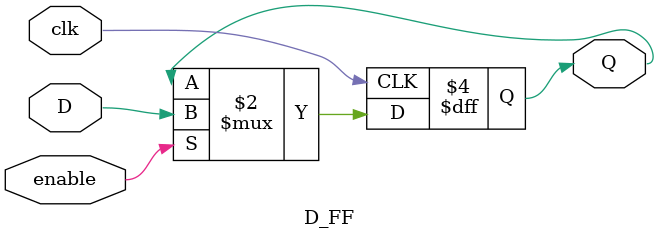
<source format=sv>
module top_module (
	input clk,
	input enable,
	input S,
	input A,
	input B,
	input C,
	output reg Z
);

reg [7:0] Q;
wire [7:0] MUX_inputs;

D_FF DFF0(.D(S), .clk(clk), .enable(enable), .Q(Q[0]));
D_FF DFF1(.D(Q[0]), .clk(clk), .enable(enable), .Q(Q[1]));
D_FF DFF2(.D(Q[1]), .clk(clk), .enable(enable), .Q(Q[2]));
D_FF DFF3(.D(Q[2]), .clk(clk), .enable(enable), .Q(Q[3]));
D_FF DFF4(.D(Q[3]), .clk(clk), .enable(enable), .Q(Q[4]));
D_FF DFF5(.D(Q[4]), .clk(clk), .enable(enable), .Q(Q[5]));
D_FF DFF6(.D(Q[5]), .clk(clk), .enable(enable), .Q(Q[6]));
D_FF DFF7(.D(Q[6]), .clk(clk), .enable(enable), .Q(Q[7]));

assign MUX_inputs[0] = Q[0];
assign MUX_inputs[1] = Q[1];
assign MUX_inputs[2] = Q[2];
assign MUX_inputs[3] = Q[3];
assign MUX_inputs[4] = Q[4];
assign MUX_inputs[5] = Q[5];
assign MUX_inputs[6] = Q[6];
assign MUX_inputs[7] = Q[7];

always @(A or B or C)
begin
	case({A,B,C})
		3'b000: Z = MUX_inputs[0];
		3'b001: Z = MUX_inputs[1];
		3'b010: Z = MUX_inputs[2];
		3'b011: Z = MUX_inputs[3];
		3'b100: Z = MUX_inputs[4];
		3'b101: Z = MUX_inputs[5];
		3'b110: Z = MUX_inputs[6];
		3'b111: Z = MUX_inputs[7];
	endcase
end

endmodule
module D_FF (
	input D,
	input clk,
	input enable,
	output reg Q
);

always @(posedge clk)
begin
	if (enable)
		Q <= D;
end

endmodule

</source>
